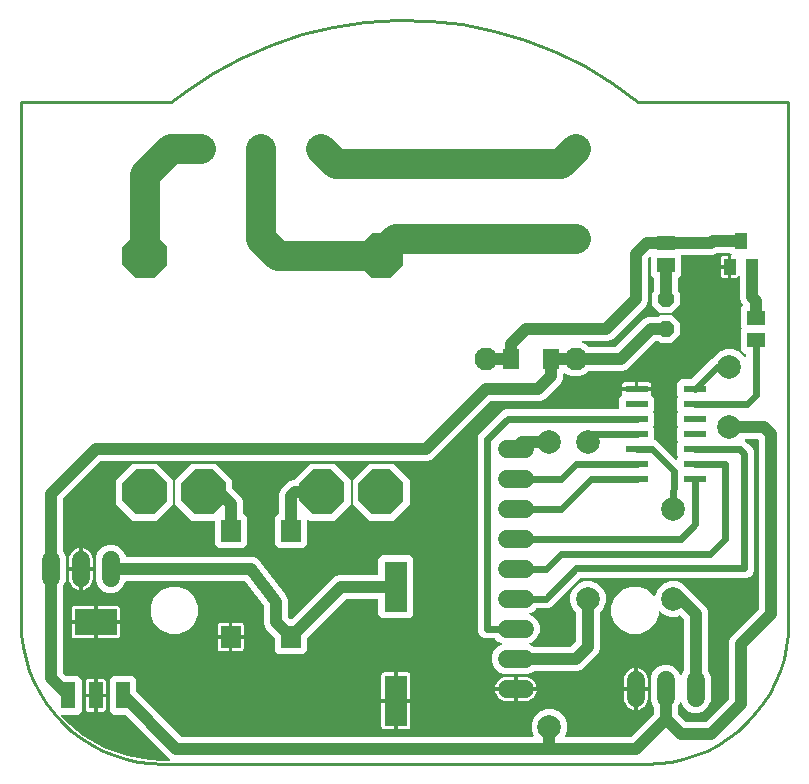
<source format=gbr>
G04 EAGLE Gerber RS-274X export*
G75*
%MOMM*%
%FSLAX34Y34*%
%LPD*%
%INBottom Copper*%
%IPPOS*%
%AMOC8*
5,1,8,0,0,1.08239X$1,22.5*%
G01*
%ADD10R,1.500000X1.300000*%
%ADD11P,1.429621X8X112.500000*%
%ADD12R,1.000000X1.400000*%
%ADD13R,1.400000X1.800000*%
%ADD14R,1.968500X0.599100*%
%ADD15R,1.930400X4.318000*%
%ADD16R,1.700000X1.900000*%
%ADD17C,1.524000*%
%ADD18C,1.950000*%
%ADD19C,2.000000*%
%ADD20R,1.219000X2.235000*%
%ADD21R,3.600000X2.200000*%
%ADD22P,4.123906X8X292.500000*%
%ADD23C,1.016000*%
%ADD24C,0.609600*%
%ADD25C,0.381000*%
%ADD26C,2.540000*%
%ADD27C,0.254000*%

G36*
X126064Y2556D02*
X126064Y2556D01*
X126161Y2566D01*
X126185Y2576D01*
X126211Y2580D01*
X126297Y2626D01*
X126386Y2666D01*
X126405Y2683D01*
X126428Y2696D01*
X126495Y2766D01*
X126567Y2832D01*
X126580Y2855D01*
X126598Y2874D01*
X126639Y2962D01*
X126686Y3048D01*
X126690Y3073D01*
X126701Y3097D01*
X126712Y3194D01*
X126730Y3290D01*
X126726Y3316D01*
X126729Y3341D01*
X126708Y3437D01*
X126694Y3533D01*
X126682Y3556D01*
X126676Y3582D01*
X126626Y3665D01*
X126582Y3752D01*
X126564Y3771D01*
X126550Y3793D01*
X126476Y3856D01*
X126407Y3924D01*
X126378Y3940D01*
X126363Y3953D01*
X126333Y3965D01*
X126260Y4005D01*
X126064Y4086D01*
X88719Y41431D01*
X88645Y41484D01*
X88576Y41544D01*
X88546Y41556D01*
X88519Y41575D01*
X88433Y41602D01*
X88348Y41636D01*
X88307Y41640D01*
X88284Y41647D01*
X88252Y41646D01*
X88181Y41654D01*
X78410Y41654D01*
X75434Y44630D01*
X75434Y71190D01*
X78410Y74166D01*
X94810Y74166D01*
X97786Y71190D01*
X97786Y61419D01*
X97800Y61329D01*
X97808Y61238D01*
X97820Y61208D01*
X97825Y61176D01*
X97868Y61096D01*
X97904Y61012D01*
X97930Y60980D01*
X97941Y60959D01*
X97964Y60937D01*
X98009Y60881D01*
X135806Y23084D01*
X135880Y23031D01*
X135949Y22971D01*
X135979Y22959D01*
X136006Y22940D01*
X136092Y22913D01*
X136177Y22879D01*
X136218Y22875D01*
X136241Y22868D01*
X136273Y22869D01*
X136344Y22861D01*
X433509Y22861D01*
X433554Y22868D01*
X433600Y22866D01*
X433675Y22888D01*
X433752Y22900D01*
X433792Y22922D01*
X433836Y22935D01*
X433900Y22979D01*
X433969Y23016D01*
X434001Y23049D01*
X434038Y23075D01*
X434085Y23138D01*
X434138Y23194D01*
X434158Y23236D01*
X434185Y23272D01*
X434209Y23346D01*
X434242Y23417D01*
X434247Y23463D01*
X434261Y23506D01*
X434260Y23584D01*
X434269Y23661D01*
X434259Y23706D01*
X434259Y23752D01*
X434221Y23884D01*
X434217Y23902D01*
X434214Y23906D01*
X434212Y23913D01*
X432519Y28000D01*
X432519Y34000D01*
X434815Y39543D01*
X439057Y43785D01*
X444600Y46081D01*
X450600Y46081D01*
X456143Y43785D01*
X460385Y39543D01*
X462681Y34000D01*
X462681Y28000D01*
X460988Y23913D01*
X460977Y23869D01*
X460958Y23827D01*
X460949Y23750D01*
X460932Y23674D01*
X460936Y23628D01*
X460931Y23583D01*
X460947Y23506D01*
X460955Y23429D01*
X460973Y23387D01*
X460983Y23342D01*
X461023Y23275D01*
X461055Y23204D01*
X461086Y23170D01*
X461109Y23131D01*
X461168Y23080D01*
X461221Y23023D01*
X461261Y23001D01*
X461296Y22971D01*
X461369Y22942D01*
X461437Y22905D01*
X461482Y22896D01*
X461524Y22879D01*
X461660Y22864D01*
X461679Y22861D01*
X461684Y22862D01*
X461691Y22861D01*
X516176Y22861D01*
X516266Y22875D01*
X516357Y22883D01*
X516387Y22895D01*
X516419Y22900D01*
X516499Y22943D01*
X516583Y22979D01*
X516615Y23005D01*
X516636Y23016D01*
X516658Y23039D01*
X516714Y23084D01*
X535716Y42086D01*
X535769Y42160D01*
X535829Y42229D01*
X535841Y42259D01*
X535860Y42285D01*
X535887Y42372D01*
X535921Y42457D01*
X535925Y42498D01*
X535932Y42521D01*
X535931Y42553D01*
X535939Y42624D01*
X535939Y47764D01*
X535925Y47854D01*
X535917Y47945D01*
X535905Y47975D01*
X535900Y48007D01*
X535857Y48087D01*
X535821Y48171D01*
X535795Y48203D01*
X535784Y48224D01*
X535761Y48246D01*
X535716Y48302D01*
X535333Y48686D01*
X533399Y53354D01*
X533399Y73646D01*
X535333Y78314D01*
X538906Y81887D01*
X543574Y83821D01*
X548626Y83821D01*
X553294Y81887D01*
X556867Y78314D01*
X558097Y75346D01*
X558135Y75285D01*
X558164Y75220D01*
X558199Y75181D01*
X558226Y75137D01*
X558282Y75091D01*
X558330Y75038D01*
X558376Y75013D01*
X558416Y74980D01*
X558483Y74954D01*
X558546Y74920D01*
X558597Y74911D01*
X558645Y74892D01*
X558717Y74889D01*
X558788Y74876D01*
X558839Y74884D01*
X558891Y74882D01*
X558960Y74902D01*
X559031Y74912D01*
X559077Y74936D01*
X559127Y74950D01*
X559186Y74991D01*
X559250Y75023D01*
X559287Y75061D01*
X559329Y75090D01*
X559372Y75148D01*
X559422Y75199D01*
X559457Y75262D01*
X559476Y75288D01*
X559483Y75310D01*
X559503Y75346D01*
X560733Y78314D01*
X561116Y78698D01*
X561169Y78772D01*
X561229Y78841D01*
X561241Y78871D01*
X561260Y78898D01*
X561287Y78985D01*
X561321Y79069D01*
X561325Y79110D01*
X561332Y79133D01*
X561331Y79165D01*
X561339Y79236D01*
X561339Y122476D01*
X561325Y122566D01*
X561317Y122657D01*
X561305Y122687D01*
X561300Y122719D01*
X561257Y122799D01*
X561221Y122883D01*
X561195Y122915D01*
X561184Y122936D01*
X561161Y122958D01*
X561116Y123014D01*
X558696Y125435D01*
X558602Y125502D01*
X558507Y125572D01*
X558501Y125574D01*
X558496Y125578D01*
X558385Y125612D01*
X558273Y125649D01*
X558267Y125649D01*
X558261Y125650D01*
X558144Y125647D01*
X558028Y125646D01*
X558020Y125644D01*
X558015Y125644D01*
X557998Y125638D01*
X557866Y125600D01*
X555500Y124619D01*
X549500Y124619D01*
X543957Y126915D01*
X541340Y129532D01*
X541282Y129574D01*
X541230Y129624D01*
X541183Y129646D01*
X541141Y129676D01*
X541072Y129697D01*
X541007Y129727D01*
X540955Y129733D01*
X540905Y129748D01*
X540834Y129746D01*
X540763Y129754D01*
X540712Y129743D01*
X540660Y129742D01*
X540592Y129717D01*
X540522Y129702D01*
X540477Y129675D01*
X540429Y129657D01*
X540373Y129613D01*
X540311Y129576D01*
X540277Y129536D01*
X540237Y129504D01*
X540198Y129443D01*
X540151Y129389D01*
X540132Y129341D01*
X540104Y129297D01*
X540086Y129227D01*
X540059Y129161D01*
X540051Y129089D01*
X540043Y129058D01*
X540045Y129035D01*
X540041Y128994D01*
X540041Y126014D01*
X536990Y118648D01*
X531352Y113010D01*
X523986Y109959D01*
X516014Y109959D01*
X508648Y113010D01*
X503010Y118648D01*
X499959Y126014D01*
X499959Y133986D01*
X503010Y141352D01*
X508648Y146990D01*
X516014Y150041D01*
X523986Y150041D01*
X531352Y146990D01*
X536120Y142222D01*
X536178Y142180D01*
X536230Y142131D01*
X536277Y142109D01*
X536319Y142079D01*
X536388Y142058D01*
X536453Y142027D01*
X536505Y142022D01*
X536555Y142006D01*
X536626Y142008D01*
X536697Y142000D01*
X536748Y142011D01*
X536800Y142013D01*
X536868Y142037D01*
X536938Y142052D01*
X536983Y142079D01*
X537031Y142097D01*
X537087Y142142D01*
X537149Y142179D01*
X537183Y142218D01*
X537223Y142251D01*
X537262Y142311D01*
X537309Y142366D01*
X537328Y142414D01*
X537356Y142458D01*
X537374Y142527D01*
X537401Y142594D01*
X537409Y142665D01*
X537415Y142688D01*
X539715Y148243D01*
X543957Y152485D01*
X549500Y154781D01*
X555500Y154781D01*
X561043Y152485D01*
X565285Y148243D01*
X565692Y147259D01*
X565727Y147203D01*
X565752Y147143D01*
X565804Y147078D01*
X565822Y147050D01*
X565837Y147038D01*
X565857Y147012D01*
X567521Y145349D01*
X580114Y132756D01*
X581661Y129021D01*
X581661Y79236D01*
X581675Y79146D01*
X581683Y79055D01*
X581695Y79025D01*
X581700Y78993D01*
X581743Y78913D01*
X581779Y78829D01*
X581805Y78797D01*
X581816Y78776D01*
X581839Y78754D01*
X581884Y78698D01*
X582267Y78314D01*
X584201Y73646D01*
X584201Y53354D01*
X582267Y48686D01*
X578694Y45113D01*
X574026Y43179D01*
X568974Y43179D01*
X564306Y45113D01*
X560733Y48686D01*
X559503Y51654D01*
X559466Y51715D01*
X559436Y51780D01*
X559401Y51819D01*
X559374Y51863D01*
X559319Y51909D01*
X559270Y51962D01*
X559224Y51987D01*
X559184Y52020D01*
X559117Y52046D01*
X559054Y52080D01*
X559003Y52089D01*
X558955Y52108D01*
X558883Y52111D01*
X558812Y52124D01*
X558761Y52116D01*
X558709Y52118D01*
X558640Y52098D01*
X558569Y52088D01*
X558523Y52064D01*
X558473Y52050D01*
X558414Y52009D01*
X558350Y51977D01*
X558313Y51939D01*
X558271Y51910D01*
X558228Y51852D01*
X558178Y51801D01*
X558143Y51738D01*
X558124Y51712D01*
X558117Y51690D01*
X558097Y51654D01*
X556867Y48686D01*
X556484Y48302D01*
X556431Y48228D01*
X556371Y48159D01*
X556359Y48129D01*
X556340Y48102D01*
X556313Y48015D01*
X556279Y47931D01*
X556275Y47890D01*
X556268Y47867D01*
X556269Y47835D01*
X556261Y47764D01*
X556261Y42624D01*
X556275Y42534D01*
X556283Y42443D01*
X556295Y42413D01*
X556300Y42381D01*
X556343Y42301D01*
X556379Y42217D01*
X556405Y42185D01*
X556416Y42164D01*
X556439Y42142D01*
X556484Y42086D01*
X562786Y35784D01*
X562860Y35731D01*
X562929Y35671D01*
X562959Y35659D01*
X562986Y35640D01*
X563072Y35613D01*
X563157Y35579D01*
X563198Y35575D01*
X563221Y35568D01*
X563253Y35569D01*
X563324Y35561D01*
X579676Y35561D01*
X579766Y35575D01*
X579857Y35583D01*
X579887Y35595D01*
X579919Y35600D01*
X579999Y35643D01*
X580083Y35679D01*
X580115Y35705D01*
X580136Y35716D01*
X580158Y35739D01*
X580214Y35784D01*
X599216Y54786D01*
X599269Y54860D01*
X599329Y54929D01*
X599341Y54959D01*
X599360Y54986D01*
X599387Y55072D01*
X599421Y55157D01*
X599425Y55198D01*
X599432Y55221D01*
X599431Y55253D01*
X599439Y55324D01*
X599439Y103621D01*
X600986Y107356D01*
X624616Y130986D01*
X624669Y131060D01*
X624729Y131129D01*
X624741Y131159D01*
X624760Y131186D01*
X624787Y131272D01*
X624821Y131357D01*
X624825Y131398D01*
X624832Y131421D01*
X624831Y131453D01*
X624839Y131524D01*
X624839Y274078D01*
X624836Y274098D01*
X624838Y274117D01*
X624816Y274219D01*
X624800Y274321D01*
X624790Y274338D01*
X624786Y274358D01*
X624733Y274447D01*
X624684Y274538D01*
X624670Y274552D01*
X624660Y274569D01*
X624581Y274636D01*
X624506Y274708D01*
X624488Y274716D01*
X624473Y274729D01*
X624377Y274768D01*
X624283Y274811D01*
X624263Y274813D01*
X624245Y274821D01*
X624078Y274839D01*
X613894Y274839D01*
X613824Y274828D01*
X613752Y274826D01*
X613703Y274808D01*
X613652Y274800D01*
X613588Y274766D01*
X613521Y274741D01*
X613480Y274709D01*
X613434Y274684D01*
X613385Y274632D01*
X613329Y274588D01*
X613301Y274544D01*
X613265Y274506D01*
X613235Y274441D01*
X613196Y274381D01*
X613183Y274330D01*
X613161Y274283D01*
X613153Y274212D01*
X613136Y274142D01*
X613140Y274090D01*
X613134Y274039D01*
X613149Y273968D01*
X613155Y273897D01*
X613175Y273849D01*
X613186Y273798D01*
X613223Y273737D01*
X613251Y273671D01*
X613296Y273615D01*
X613313Y273587D01*
X613330Y273572D01*
X613356Y273540D01*
X615698Y271197D01*
X619591Y267305D01*
X620829Y264317D01*
X620829Y163783D01*
X619591Y160795D01*
X617305Y158509D01*
X614317Y157271D01*
X473882Y157271D01*
X473792Y157257D01*
X473701Y157249D01*
X473672Y157237D01*
X473640Y157232D01*
X473559Y157189D01*
X473475Y157153D01*
X473443Y157127D01*
X473422Y157116D01*
X473400Y157093D01*
X473344Y157048D01*
X449105Y132809D01*
X446117Y131571D01*
X436868Y131571D01*
X436778Y131557D01*
X436687Y131549D01*
X436657Y131537D01*
X436625Y131532D01*
X436545Y131489D01*
X436461Y131453D01*
X436429Y131427D01*
X436408Y131416D01*
X436386Y131393D01*
X436330Y131348D01*
X433914Y128933D01*
X430946Y127703D01*
X430885Y127665D01*
X430820Y127636D01*
X430781Y127601D01*
X430737Y127574D01*
X430691Y127518D01*
X430638Y127470D01*
X430613Y127424D01*
X430580Y127384D01*
X430554Y127317D01*
X430520Y127254D01*
X430511Y127203D01*
X430492Y127155D01*
X430489Y127083D01*
X430476Y127012D01*
X430484Y126961D01*
X430482Y126909D01*
X430501Y126840D01*
X430512Y126769D01*
X430536Y126723D01*
X430550Y126673D01*
X430591Y126614D01*
X430623Y126550D01*
X430661Y126513D01*
X430690Y126471D01*
X430748Y126428D01*
X430799Y126378D01*
X430862Y126343D01*
X430888Y126324D01*
X430910Y126317D01*
X430946Y126297D01*
X433914Y125067D01*
X437487Y121494D01*
X439421Y116826D01*
X439421Y111774D01*
X437487Y107106D01*
X433914Y103533D01*
X430946Y102303D01*
X430885Y102265D01*
X430820Y102236D01*
X430781Y102201D01*
X430737Y102174D01*
X430691Y102118D01*
X430638Y102070D01*
X430613Y102024D01*
X430580Y101984D01*
X430554Y101917D01*
X430520Y101854D01*
X430511Y101803D01*
X430492Y101755D01*
X430489Y101683D01*
X430476Y101612D01*
X430484Y101561D01*
X430482Y101509D01*
X430501Y101440D01*
X430512Y101369D01*
X430536Y101323D01*
X430550Y101273D01*
X430591Y101214D01*
X430623Y101150D01*
X430661Y101113D01*
X430690Y101071D01*
X430748Y101028D01*
X430799Y100978D01*
X430862Y100943D01*
X430888Y100924D01*
X430910Y100917D01*
X430946Y100897D01*
X433914Y99667D01*
X434298Y99284D01*
X434372Y99231D01*
X434441Y99171D01*
X434471Y99159D01*
X434498Y99140D01*
X434585Y99113D01*
X434669Y99079D01*
X434710Y99075D01*
X434733Y99068D01*
X434765Y99069D01*
X434836Y99061D01*
X465376Y99061D01*
X465466Y99075D01*
X465557Y99083D01*
X465587Y99095D01*
X465619Y99100D01*
X465699Y99143D01*
X465783Y99179D01*
X465815Y99205D01*
X465836Y99216D01*
X465858Y99239D01*
X465914Y99284D01*
X469616Y102986D01*
X469669Y103060D01*
X469729Y103129D01*
X469741Y103159D01*
X469760Y103185D01*
X469787Y103272D01*
X469821Y103357D01*
X469825Y103398D01*
X469832Y103421D01*
X469831Y103453D01*
X469839Y103524D01*
X469839Y128218D01*
X469825Y128308D01*
X469817Y128399D01*
X469805Y128429D01*
X469800Y128461D01*
X469757Y128541D01*
X469721Y128625D01*
X469695Y128657D01*
X469684Y128678D01*
X469661Y128700D01*
X469616Y128756D01*
X467215Y131157D01*
X464919Y136700D01*
X464919Y142700D01*
X467215Y148243D01*
X471457Y152485D01*
X477000Y154781D01*
X483000Y154781D01*
X488543Y152485D01*
X492785Y148243D01*
X495081Y142700D01*
X495081Y136700D01*
X492785Y131157D01*
X490384Y128756D01*
X490331Y128682D01*
X490271Y128613D01*
X490259Y128583D01*
X490240Y128557D01*
X490213Y128470D01*
X490179Y128385D01*
X490175Y128344D01*
X490168Y128321D01*
X490169Y128289D01*
X490161Y128218D01*
X490161Y96979D01*
X488614Y93244D01*
X485649Y90279D01*
X478621Y83251D01*
X475656Y80286D01*
X471921Y78739D01*
X434836Y78739D01*
X434746Y78725D01*
X434655Y78717D01*
X434625Y78705D01*
X434593Y78700D01*
X434513Y78657D01*
X434429Y78621D01*
X434397Y78595D01*
X434376Y78584D01*
X434354Y78561D01*
X434298Y78516D01*
X433914Y78133D01*
X429246Y76199D01*
X408954Y76199D01*
X404286Y78133D01*
X400713Y81706D01*
X398779Y86374D01*
X398779Y91426D01*
X400713Y96094D01*
X404286Y99667D01*
X407254Y100897D01*
X407315Y100935D01*
X407380Y100964D01*
X407419Y100999D01*
X407463Y101026D01*
X407509Y101082D01*
X407562Y101130D01*
X407587Y101176D01*
X407620Y101216D01*
X407646Y101283D01*
X407680Y101346D01*
X407689Y101397D01*
X407708Y101445D01*
X407711Y101517D01*
X407724Y101588D01*
X407716Y101639D01*
X407718Y101691D01*
X407699Y101760D01*
X407688Y101831D01*
X407664Y101877D01*
X407650Y101927D01*
X407609Y101986D01*
X407577Y102050D01*
X407539Y102087D01*
X407510Y102129D01*
X407452Y102172D01*
X407401Y102222D01*
X407338Y102257D01*
X407312Y102276D01*
X407290Y102283D01*
X407254Y102303D01*
X404286Y103533D01*
X401870Y105948D01*
X401796Y106001D01*
X401727Y106061D01*
X401697Y106073D01*
X401670Y106092D01*
X401583Y106119D01*
X401499Y106153D01*
X401458Y106157D01*
X401435Y106164D01*
X401403Y106163D01*
X401332Y106171D01*
X393383Y106171D01*
X390395Y107409D01*
X388109Y109695D01*
X386871Y112683D01*
X386871Y276617D01*
X388109Y279605D01*
X407495Y298991D01*
X410483Y300229D01*
X505682Y300229D01*
X505701Y300232D01*
X505721Y300230D01*
X505822Y300252D01*
X505924Y300268D01*
X505942Y300278D01*
X505961Y300282D01*
X506050Y300335D01*
X506142Y300384D01*
X506155Y300398D01*
X506172Y300408D01*
X506240Y300487D01*
X506311Y300562D01*
X506319Y300580D01*
X506332Y300595D01*
X506371Y300691D01*
X506415Y300785D01*
X506417Y300805D01*
X506424Y300823D01*
X506443Y300990D01*
X506443Y309900D01*
X509076Y312533D01*
X509102Y312569D01*
X509134Y312599D01*
X509173Y312668D01*
X509220Y312733D01*
X509233Y312775D01*
X509254Y312813D01*
X509269Y312892D01*
X509292Y312968D01*
X509291Y313012D01*
X509299Y313055D01*
X509288Y313134D01*
X509286Y313214D01*
X509271Y313255D01*
X509265Y313299D01*
X509206Y313432D01*
X509201Y313445D01*
X509199Y313448D01*
X509197Y313452D01*
X509156Y313524D01*
X508983Y314170D01*
X508983Y316003D01*
X520630Y316003D01*
X520650Y316006D01*
X520670Y316004D01*
X520771Y316026D01*
X520873Y316043D01*
X520890Y316052D01*
X520910Y316056D01*
X520999Y316109D01*
X521090Y316158D01*
X521104Y316172D01*
X521121Y316182D01*
X521188Y316261D01*
X521260Y316336D01*
X521268Y316354D01*
X521281Y316369D01*
X521320Y316466D01*
X521363Y316559D01*
X521365Y316579D01*
X521369Y316589D01*
X521380Y316521D01*
X521390Y316504D01*
X521394Y316484D01*
X521447Y316395D01*
X521496Y316304D01*
X521510Y316290D01*
X521520Y316273D01*
X521599Y316206D01*
X521674Y316135D01*
X521692Y316126D01*
X521707Y316113D01*
X521803Y316075D01*
X521897Y316031D01*
X521917Y316029D01*
X521935Y316021D01*
X522102Y316003D01*
X533749Y316003D01*
X533749Y314170D01*
X533576Y313524D01*
X533535Y313452D01*
X533519Y313411D01*
X533496Y313374D01*
X533476Y313297D01*
X533448Y313222D01*
X533446Y313178D01*
X533436Y313136D01*
X533442Y313056D01*
X533439Y312977D01*
X533451Y312934D01*
X533455Y312891D01*
X533486Y312817D01*
X533509Y312741D01*
X533534Y312705D01*
X533551Y312664D01*
X533642Y312551D01*
X533650Y312539D01*
X533653Y312537D01*
X533656Y312533D01*
X536289Y309900D01*
X536289Y299700D01*
X535578Y298988D01*
X535566Y298972D01*
X535550Y298960D01*
X535494Y298872D01*
X535434Y298789D01*
X535428Y298770D01*
X535417Y298753D01*
X535392Y298652D01*
X535362Y298553D01*
X535362Y298534D01*
X535357Y298514D01*
X535365Y298411D01*
X535368Y298308D01*
X535375Y298289D01*
X535376Y298269D01*
X535417Y298174D01*
X535452Y298077D01*
X535465Y298061D01*
X535473Y298043D01*
X535578Y297912D01*
X536289Y297200D01*
X536289Y287000D01*
X535578Y286288D01*
X535566Y286272D01*
X535550Y286260D01*
X535494Y286172D01*
X535434Y286089D01*
X535428Y286070D01*
X535417Y286053D01*
X535392Y285952D01*
X535362Y285853D01*
X535362Y285834D01*
X535357Y285814D01*
X535365Y285711D01*
X535368Y285608D01*
X535375Y285589D01*
X535376Y285569D01*
X535417Y285474D01*
X535452Y285377D01*
X535465Y285361D01*
X535473Y285343D01*
X535556Y285238D01*
X535558Y285235D01*
X535561Y285233D01*
X535578Y285212D01*
X536289Y284500D01*
X536289Y275086D01*
X536308Y274971D01*
X536325Y274855D01*
X536328Y274850D01*
X536329Y274843D01*
X536383Y274741D01*
X536437Y274636D01*
X536441Y274632D01*
X536444Y274626D01*
X536528Y274546D01*
X536612Y274464D01*
X536619Y274460D01*
X536622Y274457D01*
X536639Y274449D01*
X536759Y274383D01*
X538671Y273591D01*
X541064Y271197D01*
X554611Y257651D01*
X554669Y257609D01*
X554721Y257559D01*
X554769Y257537D01*
X554811Y257507D01*
X554879Y257486D01*
X554945Y257456D01*
X554996Y257450D01*
X555046Y257435D01*
X555118Y257436D01*
X555189Y257429D01*
X555240Y257440D01*
X555292Y257441D01*
X555359Y257466D01*
X555429Y257481D01*
X555474Y257508D01*
X555523Y257525D01*
X555579Y257570D01*
X555640Y257607D01*
X555674Y257647D01*
X555715Y257679D01*
X555754Y257739D01*
X555800Y257794D01*
X555820Y257842D01*
X555848Y257886D01*
X555865Y257956D01*
X555892Y258022D01*
X555900Y258093D01*
X555908Y258125D01*
X555906Y258148D01*
X555911Y258189D01*
X555911Y259100D01*
X556622Y259812D01*
X556634Y259828D01*
X556650Y259840D01*
X556706Y259928D01*
X556766Y260011D01*
X556772Y260030D01*
X556783Y260047D01*
X556808Y260148D01*
X556838Y260247D01*
X556838Y260266D01*
X556843Y260286D01*
X556835Y260389D01*
X556832Y260492D01*
X556825Y260511D01*
X556824Y260531D01*
X556783Y260626D01*
X556748Y260723D01*
X556735Y260739D01*
X556727Y260757D01*
X556622Y260888D01*
X555911Y261600D01*
X555911Y271800D01*
X556622Y272512D01*
X556634Y272528D01*
X556650Y272540D01*
X556706Y272628D01*
X556766Y272711D01*
X556772Y272730D01*
X556783Y272747D01*
X556808Y272848D01*
X556838Y272947D01*
X556838Y272966D01*
X556843Y272986D01*
X556835Y273089D01*
X556832Y273192D01*
X556825Y273211D01*
X556824Y273231D01*
X556783Y273326D01*
X556748Y273423D01*
X556735Y273439D01*
X556727Y273457D01*
X556622Y273588D01*
X555911Y274300D01*
X555911Y284500D01*
X556622Y285212D01*
X556634Y285228D01*
X556650Y285240D01*
X556680Y285288D01*
X556689Y285298D01*
X556697Y285314D01*
X556706Y285328D01*
X556766Y285411D01*
X556772Y285430D01*
X556783Y285447D01*
X556808Y285548D01*
X556838Y285647D01*
X556838Y285666D01*
X556843Y285686D01*
X556835Y285789D01*
X556832Y285892D01*
X556825Y285911D01*
X556824Y285931D01*
X556783Y286026D01*
X556748Y286123D01*
X556735Y286139D01*
X556727Y286157D01*
X556622Y286288D01*
X555911Y287000D01*
X555911Y297200D01*
X556622Y297912D01*
X556634Y297928D01*
X556650Y297940D01*
X556706Y298028D01*
X556766Y298111D01*
X556772Y298130D01*
X556783Y298147D01*
X556808Y298248D01*
X556838Y298347D01*
X556838Y298366D01*
X556843Y298386D01*
X556835Y298489D01*
X556832Y298592D01*
X556825Y298611D01*
X556824Y298631D01*
X556783Y298726D01*
X556748Y298823D01*
X556735Y298839D01*
X556727Y298857D01*
X556622Y298988D01*
X555911Y299700D01*
X555911Y309900D01*
X556622Y310612D01*
X556634Y310628D01*
X556650Y310640D01*
X556706Y310728D01*
X556766Y310811D01*
X556772Y310830D01*
X556783Y310847D01*
X556808Y310948D01*
X556838Y311047D01*
X556838Y311066D01*
X556843Y311086D01*
X556835Y311189D01*
X556832Y311292D01*
X556825Y311311D01*
X556824Y311331D01*
X556783Y311426D01*
X556748Y311523D01*
X556735Y311539D01*
X556727Y311557D01*
X556622Y311688D01*
X555911Y312400D01*
X555911Y322600D01*
X558887Y325576D01*
X567099Y325576D01*
X567189Y325591D01*
X567280Y325598D01*
X567310Y325611D01*
X567342Y325616D01*
X567423Y325659D01*
X567506Y325694D01*
X567539Y325720D01*
X567559Y325731D01*
X567581Y325754D01*
X567637Y325799D01*
X582136Y340297D01*
X584529Y342691D01*
X586654Y343571D01*
X586732Y343619D01*
X586813Y343661D01*
X586836Y343684D01*
X586863Y343701D01*
X586922Y343771D01*
X586986Y343836D01*
X587005Y343873D01*
X587020Y343891D01*
X587032Y343920D01*
X587066Y343983D01*
X587215Y344343D01*
X591457Y348585D01*
X597000Y350881D01*
X603000Y350881D01*
X608543Y348585D01*
X612872Y344256D01*
X612930Y344214D01*
X612982Y344164D01*
X613029Y344142D01*
X613071Y344112D01*
X613140Y344091D01*
X613205Y344061D01*
X613257Y344055D01*
X613307Y344040D01*
X613378Y344042D01*
X613449Y344034D01*
X613500Y344045D01*
X613552Y344046D01*
X613620Y344071D01*
X613690Y344086D01*
X613735Y344113D01*
X613783Y344131D01*
X613839Y344175D01*
X613901Y344212D01*
X613935Y344252D01*
X613975Y344284D01*
X614014Y344345D01*
X614061Y344399D01*
X614080Y344447D01*
X614108Y344491D01*
X614126Y344561D01*
X614153Y344627D01*
X614161Y344699D01*
X614169Y344730D01*
X614167Y344753D01*
X614171Y344794D01*
X614171Y346458D01*
X614168Y346478D01*
X614170Y346497D01*
X614148Y346599D01*
X614132Y346701D01*
X614122Y346718D01*
X614118Y346738D01*
X614065Y346827D01*
X614016Y346918D01*
X614002Y346932D01*
X613992Y346949D01*
X613913Y347016D01*
X613838Y347088D01*
X613820Y347096D01*
X613805Y347109D01*
X613709Y347148D01*
X613615Y347191D01*
X613595Y347193D01*
X613577Y347201D01*
X613410Y347219D01*
X612695Y347219D01*
X609719Y350195D01*
X609719Y367404D01*
X610076Y367762D01*
X610088Y367778D01*
X610104Y367790D01*
X610160Y367877D01*
X610220Y367961D01*
X610226Y367980D01*
X610237Y367997D01*
X610262Y368098D01*
X610292Y368197D01*
X610292Y368216D01*
X610297Y368236D01*
X610289Y368339D01*
X610286Y368442D01*
X610279Y368461D01*
X610278Y368481D01*
X610237Y368576D01*
X610202Y368673D01*
X610189Y368689D01*
X610181Y368707D01*
X610076Y368838D01*
X609719Y369195D01*
X609719Y386405D01*
X611184Y387870D01*
X611196Y387886D01*
X611212Y387898D01*
X611268Y387985D01*
X611328Y388069D01*
X611334Y388088D01*
X611345Y388105D01*
X611370Y388206D01*
X611400Y388304D01*
X611400Y388324D01*
X611405Y388344D01*
X611397Y388447D01*
X611394Y388550D01*
X611387Y388569D01*
X611386Y388589D01*
X611345Y388684D01*
X611309Y388781D01*
X611297Y388797D01*
X611289Y388815D01*
X611184Y388946D01*
X610486Y389644D01*
X608939Y393379D01*
X608939Y412530D01*
X608935Y412555D01*
X608938Y412580D01*
X608932Y412606D01*
X608932Y412621D01*
X608915Y412680D01*
X608900Y412772D01*
X608888Y412795D01*
X608882Y412820D01*
X608866Y412846D01*
X608862Y412857D01*
X608834Y412897D01*
X608830Y412903D01*
X608784Y412990D01*
X608766Y413007D01*
X608752Y413029D01*
X608726Y413051D01*
X608721Y413058D01*
X608692Y413079D01*
X608677Y413092D01*
X608606Y413159D01*
X608583Y413170D01*
X608563Y413186D01*
X608528Y413200D01*
X608523Y413204D01*
X608494Y413213D01*
X608472Y413221D01*
X608383Y413263D01*
X608358Y413265D01*
X608334Y413275D01*
X608295Y413276D01*
X608289Y413279D01*
X608257Y413278D01*
X608236Y413279D01*
X608139Y413290D01*
X608114Y413284D01*
X608088Y413285D01*
X608052Y413275D01*
X608043Y413275D01*
X608005Y413262D01*
X607994Y413258D01*
X607898Y413237D01*
X607876Y413224D01*
X607852Y413217D01*
X607822Y413197D01*
X607811Y413193D01*
X607769Y413160D01*
X607687Y413111D01*
X607670Y413092D01*
X607649Y413077D01*
X607630Y413052D01*
X607617Y413041D01*
X607555Y412957D01*
X607527Y412924D01*
X607522Y412912D01*
X607518Y412906D01*
X607504Y412882D01*
X607502Y412880D01*
X607501Y412878D01*
X607133Y412240D01*
X606660Y411767D01*
X606081Y411432D01*
X605434Y411259D01*
X601623Y411259D01*
X601623Y420038D01*
X601620Y420058D01*
X601622Y420077D01*
X601600Y420179D01*
X601583Y420281D01*
X601574Y420298D01*
X601570Y420318D01*
X601517Y420407D01*
X601468Y420498D01*
X601454Y420512D01*
X601444Y420529D01*
X601365Y420596D01*
X601290Y420667D01*
X601272Y420676D01*
X601257Y420689D01*
X601161Y420728D01*
X601067Y420771D01*
X601047Y420773D01*
X601029Y420781D01*
X600862Y420799D01*
X600099Y420799D01*
X600099Y420801D01*
X600862Y420801D01*
X600882Y420804D01*
X600901Y420802D01*
X601003Y420824D01*
X601105Y420841D01*
X601122Y420850D01*
X601142Y420854D01*
X601231Y420907D01*
X601322Y420956D01*
X601336Y420970D01*
X601353Y420980D01*
X601420Y421059D01*
X601491Y421134D01*
X601500Y421152D01*
X601513Y421167D01*
X601552Y421263D01*
X601595Y421357D01*
X601597Y421377D01*
X601605Y421395D01*
X601623Y421562D01*
X601623Y430626D01*
X601630Y430636D01*
X601666Y430674D01*
X601696Y430739D01*
X601735Y430799D01*
X601747Y430850D01*
X601769Y430897D01*
X601777Y430968D01*
X601795Y431038D01*
X601791Y431090D01*
X601796Y431141D01*
X601781Y431212D01*
X601776Y431283D01*
X601755Y431331D01*
X601744Y431382D01*
X601707Y431443D01*
X601679Y431509D01*
X601635Y431565D01*
X601618Y431593D01*
X601600Y431608D01*
X601599Y431610D01*
X601595Y431615D01*
X601592Y431618D01*
X601575Y431640D01*
X600798Y432416D01*
X600724Y432469D01*
X600655Y432529D01*
X600625Y432541D01*
X600599Y432560D01*
X600512Y432587D01*
X600427Y432621D01*
X600386Y432625D01*
X600364Y432632D01*
X600331Y432631D01*
X600260Y432639D01*
X589994Y432639D01*
X589929Y432629D01*
X589864Y432628D01*
X589784Y432605D01*
X589751Y432600D01*
X589734Y432590D01*
X589703Y432581D01*
X586221Y431139D01*
X559442Y431139D01*
X559422Y431136D01*
X559403Y431138D01*
X559301Y431116D01*
X559199Y431100D01*
X559182Y431090D01*
X559162Y431086D01*
X559073Y431033D01*
X558982Y430984D01*
X558968Y430970D01*
X558951Y430960D01*
X558884Y430881D01*
X558812Y430806D01*
X558804Y430788D01*
X558791Y430773D01*
X558752Y430677D01*
X558709Y430583D01*
X558707Y430563D01*
X558699Y430545D01*
X558681Y430378D01*
X558681Y413695D01*
X556484Y411498D01*
X556431Y411425D01*
X556371Y411355D01*
X556359Y411325D01*
X556340Y411299D01*
X556313Y411212D01*
X556279Y411127D01*
X556275Y411086D01*
X556268Y411064D01*
X556269Y411031D01*
X556261Y410960D01*
X556261Y400379D01*
X556275Y400289D01*
X556283Y400198D01*
X556295Y400169D01*
X556300Y400137D01*
X556343Y400056D01*
X556379Y399972D01*
X556405Y399940D01*
X556416Y399919D01*
X556439Y399897D01*
X556484Y399841D01*
X557785Y398540D01*
X557785Y388860D01*
X550940Y382015D01*
X541260Y382015D01*
X534415Y388860D01*
X534415Y398540D01*
X535716Y399841D01*
X535769Y399915D01*
X535829Y399984D01*
X535841Y400015D01*
X535860Y400041D01*
X535887Y400128D01*
X535921Y400213D01*
X535925Y400254D01*
X535932Y400276D01*
X535931Y400308D01*
X535939Y400379D01*
X535939Y410960D01*
X535925Y411050D01*
X535917Y411141D01*
X535905Y411171D01*
X535900Y411203D01*
X535857Y411284D01*
X535821Y411367D01*
X535795Y411400D01*
X535784Y411420D01*
X535761Y411442D01*
X535716Y411498D01*
X533519Y413695D01*
X533519Y428412D01*
X533508Y428483D01*
X533506Y428554D01*
X533488Y428603D01*
X533480Y428655D01*
X533446Y428718D01*
X533421Y428785D01*
X533389Y428826D01*
X533364Y428872D01*
X533312Y428921D01*
X533268Y428977D01*
X533224Y429006D01*
X533186Y429042D01*
X533121Y429072D01*
X533061Y429110D01*
X533010Y429123D01*
X532963Y429145D01*
X532892Y429153D01*
X532822Y429171D01*
X532770Y429166D01*
X532719Y429172D01*
X532648Y429157D01*
X532577Y429151D01*
X532529Y429131D01*
X532478Y429120D01*
X532417Y429083D01*
X532351Y429055D01*
X532295Y429010D01*
X532267Y428994D01*
X532252Y428976D01*
X532220Y428950D01*
X531084Y427814D01*
X531035Y427747D01*
X531035Y427746D01*
X531034Y427746D01*
X531031Y427740D01*
X530971Y427671D01*
X530959Y427641D01*
X530940Y427614D01*
X530913Y427527D01*
X530879Y427443D01*
X530875Y427402D01*
X530868Y427379D01*
X530869Y427347D01*
X530861Y427276D01*
X530861Y391679D01*
X529314Y387944D01*
X501056Y359686D01*
X497321Y358139D01*
X475691Y358139D01*
X475595Y358124D01*
X475498Y358114D01*
X475474Y358104D01*
X475448Y358100D01*
X475362Y358054D01*
X475273Y358014D01*
X475254Y357997D01*
X475231Y357984D01*
X475164Y357914D01*
X475092Y357848D01*
X475079Y357825D01*
X475061Y357806D01*
X475020Y357718D01*
X474973Y357632D01*
X474969Y357607D01*
X474958Y357583D01*
X474947Y357486D01*
X474930Y357390D01*
X474933Y357364D01*
X474931Y357339D01*
X474951Y357243D01*
X474965Y357147D01*
X474977Y357124D01*
X474983Y357098D01*
X475033Y357015D01*
X475077Y356928D01*
X475096Y356909D01*
X475109Y356887D01*
X475183Y356824D01*
X475252Y356756D01*
X475281Y356740D01*
X475296Y356727D01*
X475327Y356715D01*
X475399Y356675D01*
X478301Y355473D01*
X480490Y353284D01*
X480564Y353231D01*
X480634Y353171D01*
X480664Y353159D01*
X480690Y353140D01*
X480777Y353113D01*
X480862Y353079D01*
X480903Y353075D01*
X480925Y353068D01*
X480957Y353069D01*
X481028Y353061D01*
X503476Y353061D01*
X503566Y353075D01*
X503657Y353083D01*
X503687Y353095D01*
X503719Y353100D01*
X503799Y353143D01*
X503883Y353179D01*
X503915Y353205D01*
X503936Y353216D01*
X503958Y353239D01*
X504014Y353284D01*
X524679Y373949D01*
X527644Y376914D01*
X531379Y378461D01*
X539421Y378461D01*
X539511Y378475D01*
X539602Y378483D01*
X539631Y378495D01*
X539663Y378500D01*
X539744Y378543D01*
X539828Y378579D01*
X539860Y378605D01*
X539881Y378616D01*
X539903Y378639D01*
X539959Y378684D01*
X541260Y379985D01*
X550940Y379985D01*
X557785Y373140D01*
X557785Y363460D01*
X550940Y356615D01*
X541260Y356615D01*
X539959Y357916D01*
X539885Y357969D01*
X539816Y358029D01*
X539785Y358041D01*
X539759Y358060D01*
X539672Y358087D01*
X539587Y358121D01*
X539546Y358125D01*
X539524Y358132D01*
X539492Y358131D01*
X539421Y358139D01*
X537924Y358139D01*
X537834Y358125D01*
X537743Y358117D01*
X537713Y358105D01*
X537681Y358100D01*
X537601Y358057D01*
X537517Y358021D01*
X537485Y357995D01*
X537464Y357984D01*
X537442Y357961D01*
X537386Y357916D01*
X516721Y337251D01*
X513756Y334286D01*
X510021Y332739D01*
X481028Y332739D01*
X480938Y332725D01*
X480847Y332717D01*
X480818Y332705D01*
X480786Y332700D01*
X480705Y332657D01*
X480621Y332621D01*
X480589Y332595D01*
X480568Y332584D01*
X480546Y332561D01*
X480490Y332516D01*
X478301Y330327D01*
X472850Y328069D01*
X466950Y328069D01*
X461499Y330327D01*
X460994Y330832D01*
X460978Y330844D01*
X460965Y330859D01*
X460878Y330915D01*
X460794Y330976D01*
X460775Y330982D01*
X460758Y330992D01*
X460658Y331018D01*
X460559Y331048D01*
X460539Y331048D01*
X460520Y331052D01*
X460417Y331044D01*
X460313Y331042D01*
X460295Y331035D01*
X460275Y331033D01*
X460180Y330993D01*
X460082Y330957D01*
X460067Y330945D01*
X460048Y330937D01*
X459917Y330832D01*
X459184Y330098D01*
X459131Y330024D01*
X459071Y329955D01*
X459059Y329925D01*
X459040Y329899D01*
X459013Y329812D01*
X458979Y329727D01*
X458975Y329686D01*
X458968Y329664D01*
X458969Y329631D01*
X458961Y329560D01*
X458961Y326169D01*
X457414Y322434D01*
X443906Y308926D01*
X440171Y307379D01*
X398264Y307379D01*
X398174Y307365D01*
X398083Y307357D01*
X398053Y307345D01*
X398021Y307340D01*
X397941Y307297D01*
X397857Y307261D01*
X397825Y307235D01*
X397804Y307224D01*
X397782Y307201D01*
X397726Y307156D01*
X351621Y261051D01*
X348656Y258086D01*
X344921Y256539D01*
X68024Y256539D01*
X67934Y256525D01*
X67843Y256517D01*
X67813Y256505D01*
X67781Y256500D01*
X67701Y256457D01*
X67617Y256421D01*
X67585Y256395D01*
X67564Y256384D01*
X67542Y256361D01*
X67486Y256316D01*
X35784Y224614D01*
X35731Y224540D01*
X35671Y224471D01*
X35659Y224441D01*
X35640Y224414D01*
X35613Y224328D01*
X35598Y224288D01*
X35589Y224269D01*
X35588Y224266D01*
X35579Y224243D01*
X35575Y224202D01*
X35568Y224179D01*
X35569Y224147D01*
X35561Y224076D01*
X35561Y180836D01*
X35575Y180746D01*
X35583Y180655D01*
X35595Y180625D01*
X35600Y180593D01*
X35643Y180513D01*
X35679Y180429D01*
X35705Y180397D01*
X35716Y180376D01*
X35739Y180354D01*
X35784Y180298D01*
X36167Y179914D01*
X38101Y175246D01*
X38101Y154954D01*
X36167Y150286D01*
X35784Y149902D01*
X35731Y149828D01*
X35671Y149759D01*
X35659Y149729D01*
X35640Y149702D01*
X35613Y149615D01*
X35579Y149531D01*
X35575Y149490D01*
X35568Y149467D01*
X35569Y149435D01*
X35561Y149364D01*
X35561Y77424D01*
X35575Y77334D01*
X35583Y77243D01*
X35595Y77213D01*
X35600Y77181D01*
X35643Y77101D01*
X35679Y77017D01*
X35705Y76985D01*
X35716Y76964D01*
X35739Y76942D01*
X35784Y76886D01*
X38281Y74389D01*
X38355Y74336D01*
X38424Y74276D01*
X38454Y74264D01*
X38481Y74245D01*
X38567Y74218D01*
X38652Y74184D01*
X38693Y74180D01*
X38716Y74173D01*
X38748Y74174D01*
X38819Y74166D01*
X48590Y74166D01*
X51566Y71190D01*
X51566Y44630D01*
X48590Y41654D01*
X34620Y41654D01*
X34582Y41648D01*
X34543Y41650D01*
X34461Y41628D01*
X34377Y41615D01*
X34343Y41596D01*
X34306Y41586D01*
X34235Y41539D01*
X34160Y41499D01*
X34133Y41471D01*
X34101Y41450D01*
X34049Y41383D01*
X33990Y41321D01*
X33974Y41286D01*
X33950Y41255D01*
X33923Y41175D01*
X33887Y41098D01*
X33882Y41060D01*
X33870Y41023D01*
X33869Y40938D01*
X33860Y40854D01*
X33868Y40816D01*
X33867Y40777D01*
X33894Y40696D01*
X33912Y40613D01*
X33932Y40580D01*
X33944Y40543D01*
X34037Y40404D01*
X36899Y36993D01*
X36923Y36972D01*
X36993Y36899D01*
X52575Y23823D01*
X52602Y23807D01*
X52684Y23747D01*
X70301Y13576D01*
X70330Y13565D01*
X70421Y13520D01*
X89536Y6563D01*
X89567Y6557D01*
X89664Y6529D01*
X109697Y2996D01*
X109729Y2996D01*
X109796Y2986D01*
X119967Y2541D01*
X119980Y2543D01*
X120000Y2541D01*
X125968Y2541D01*
X126064Y2556D01*
G37*
%LPC*%
G36*
X218095Y92819D02*
X218095Y92819D01*
X215119Y95795D01*
X215119Y106296D01*
X215105Y106386D01*
X215097Y106477D01*
X215085Y106507D01*
X215080Y106539D01*
X215037Y106619D01*
X215001Y106703D01*
X214975Y106735D01*
X214964Y106756D01*
X214941Y106778D01*
X214896Y106834D01*
X210351Y111379D01*
X207386Y114344D01*
X205839Y118079D01*
X205839Y133258D01*
X205833Y133297D01*
X205835Y133336D01*
X205813Y133418D01*
X205800Y133501D01*
X205781Y133536D01*
X205771Y133573D01*
X205686Y133717D01*
X189889Y154637D01*
X189874Y154651D01*
X189863Y154669D01*
X189785Y154736D01*
X189711Y154807D01*
X189692Y154815D01*
X189677Y154829D01*
X189581Y154867D01*
X189488Y154911D01*
X189468Y154913D01*
X189448Y154921D01*
X189282Y154939D01*
X89403Y154939D01*
X89289Y154920D01*
X89172Y154903D01*
X89167Y154901D01*
X89161Y154900D01*
X89058Y154845D01*
X88953Y154792D01*
X88949Y154787D01*
X88943Y154784D01*
X88863Y154700D01*
X88781Y154616D01*
X88777Y154610D01*
X88774Y154606D01*
X88766Y154589D01*
X88700Y154469D01*
X86967Y150286D01*
X83394Y146713D01*
X78726Y144779D01*
X73674Y144779D01*
X69006Y146713D01*
X65433Y150286D01*
X63499Y154954D01*
X63499Y175246D01*
X65433Y179914D01*
X69006Y183487D01*
X73674Y185421D01*
X78726Y185421D01*
X83394Y183487D01*
X86967Y179914D01*
X88700Y175731D01*
X88762Y175630D01*
X88822Y175531D01*
X88826Y175527D01*
X88830Y175522D01*
X88919Y175447D01*
X89009Y175371D01*
X89014Y175369D01*
X89019Y175365D01*
X89127Y175323D01*
X89237Y175279D01*
X89244Y175278D01*
X89249Y175277D01*
X89267Y175276D01*
X89403Y175261D01*
X193325Y175261D01*
X193338Y175263D01*
X193351Y175261D01*
X193517Y175285D01*
X194123Y175443D01*
X195374Y175268D01*
X195406Y175269D01*
X195479Y175261D01*
X196742Y175261D01*
X197320Y175021D01*
X197332Y175018D01*
X197344Y175012D01*
X197506Y174970D01*
X198126Y174884D01*
X199215Y174244D01*
X199245Y174232D01*
X199309Y174197D01*
X200476Y173714D01*
X200919Y173271D01*
X200929Y173264D01*
X200937Y173253D01*
X201071Y173153D01*
X201611Y172836D01*
X202372Y171828D01*
X202383Y171818D01*
X202388Y171809D01*
X202404Y171795D01*
X202441Y171748D01*
X203334Y170856D01*
X203574Y170277D01*
X203581Y170266D01*
X203584Y170254D01*
X203670Y170110D01*
X223652Y143647D01*
X223675Y143625D01*
X223721Y143567D01*
X224614Y142675D01*
X224853Y142096D01*
X224860Y142085D01*
X224864Y142073D01*
X224949Y141929D01*
X225327Y141429D01*
X225644Y140207D01*
X225657Y140177D01*
X225677Y140107D01*
X226161Y138940D01*
X226161Y138314D01*
X226163Y138301D01*
X226161Y138289D01*
X226185Y138123D01*
X226343Y137516D01*
X226168Y136266D01*
X226169Y136234D01*
X226161Y136161D01*
X226161Y124624D01*
X226175Y124534D01*
X226183Y124443D01*
X226195Y124413D01*
X226200Y124381D01*
X226243Y124301D01*
X226279Y124217D01*
X226305Y124185D01*
X226316Y124164D01*
X226339Y124142D01*
X226384Y124086D01*
X228162Y122308D01*
X228178Y122296D01*
X228190Y122281D01*
X228278Y122224D01*
X228361Y122164D01*
X228380Y122158D01*
X228397Y122148D01*
X228498Y122122D01*
X228597Y122092D01*
X228616Y122092D01*
X228636Y122087D01*
X228739Y122096D01*
X228842Y122098D01*
X228861Y122105D01*
X228881Y122107D01*
X228976Y122147D01*
X229073Y122183D01*
X229089Y122195D01*
X229107Y122203D01*
X229238Y122308D01*
X265404Y158474D01*
X269139Y160021D01*
X302006Y160021D01*
X302026Y160024D01*
X302045Y160022D01*
X302147Y160044D01*
X302249Y160060D01*
X302266Y160070D01*
X302286Y160074D01*
X302375Y160127D01*
X302466Y160176D01*
X302480Y160190D01*
X302497Y160200D01*
X302564Y160279D01*
X302636Y160354D01*
X302644Y160372D01*
X302657Y160387D01*
X302696Y160483D01*
X302739Y160577D01*
X302741Y160597D01*
X302749Y160615D01*
X302767Y160782D01*
X302767Y173555D01*
X305743Y176531D01*
X329257Y176531D01*
X332233Y173555D01*
X332233Y126165D01*
X329257Y123189D01*
X305743Y123189D01*
X302767Y126165D01*
X302767Y138938D01*
X302764Y138958D01*
X302766Y138977D01*
X302744Y139079D01*
X302728Y139181D01*
X302718Y139198D01*
X302714Y139218D01*
X302661Y139307D01*
X302612Y139398D01*
X302598Y139412D01*
X302588Y139429D01*
X302509Y139496D01*
X302434Y139568D01*
X302416Y139576D01*
X302401Y139589D01*
X302305Y139628D01*
X302211Y139671D01*
X302191Y139673D01*
X302173Y139681D01*
X302006Y139699D01*
X275684Y139699D01*
X275594Y139685D01*
X275503Y139677D01*
X275473Y139665D01*
X275441Y139660D01*
X275361Y139617D01*
X275277Y139581D01*
X275245Y139555D01*
X275224Y139544D01*
X275202Y139521D01*
X275146Y139476D01*
X242504Y106834D01*
X242451Y106760D01*
X242391Y106691D01*
X242379Y106661D01*
X242360Y106635D01*
X242333Y106548D01*
X242299Y106463D01*
X242295Y106422D01*
X242288Y106399D01*
X242289Y106367D01*
X242281Y106296D01*
X242281Y95795D01*
X239305Y92819D01*
X218095Y92819D01*
G37*
%LPD*%
%LPC*%
G36*
X218095Y182819D02*
X218095Y182819D01*
X215119Y185795D01*
X215119Y209005D01*
X218316Y212202D01*
X218369Y212275D01*
X218429Y212345D01*
X218441Y212375D01*
X218460Y212401D01*
X218487Y212488D01*
X218521Y212573D01*
X218525Y212614D01*
X218532Y212636D01*
X218531Y212669D01*
X218539Y212740D01*
X218539Y228421D01*
X220086Y232156D01*
X226544Y238614D01*
X230279Y240161D01*
X230733Y240161D01*
X230824Y240175D01*
X230914Y240183D01*
X230944Y240195D01*
X230976Y240200D01*
X231057Y240243D01*
X231141Y240279D01*
X231173Y240305D01*
X231194Y240316D01*
X231216Y240339D01*
X231272Y240384D01*
X245143Y254255D01*
X265133Y254255D01*
X279269Y240119D01*
X279269Y220129D01*
X265133Y205993D01*
X245143Y205993D01*
X243580Y207556D01*
X243522Y207598D01*
X243470Y207647D01*
X243423Y207669D01*
X243381Y207699D01*
X243312Y207720D01*
X243247Y207751D01*
X243195Y207756D01*
X243145Y207772D01*
X243074Y207770D01*
X243003Y207778D01*
X242952Y207767D01*
X242900Y207765D01*
X242832Y207741D01*
X242762Y207725D01*
X242717Y207699D01*
X242669Y207681D01*
X242613Y207636D01*
X242551Y207599D01*
X242517Y207560D01*
X242477Y207527D01*
X242438Y207467D01*
X242391Y207412D01*
X242372Y207364D01*
X242344Y207320D01*
X242326Y207251D01*
X242299Y207184D01*
X242291Y207113D01*
X242283Y207082D01*
X242285Y207058D01*
X242281Y207017D01*
X242281Y185795D01*
X239305Y182819D01*
X218095Y182819D01*
G37*
%LPD*%
%LPC*%
G36*
X167095Y182819D02*
X167095Y182819D01*
X164119Y185795D01*
X164119Y205232D01*
X164116Y205252D01*
X164118Y205271D01*
X164096Y205373D01*
X164080Y205475D01*
X164070Y205492D01*
X164066Y205512D01*
X164013Y205601D01*
X163964Y205692D01*
X163950Y205706D01*
X163940Y205723D01*
X163861Y205790D01*
X163786Y205862D01*
X163768Y205870D01*
X163753Y205883D01*
X163657Y205922D01*
X163563Y205965D01*
X163543Y205967D01*
X163525Y205975D01*
X163358Y205993D01*
X145067Y205993D01*
X130931Y220129D01*
X130931Y240119D01*
X145067Y254255D01*
X165057Y254255D01*
X179193Y240119D01*
X179193Y233378D01*
X179207Y233288D01*
X179215Y233197D01*
X179227Y233167D01*
X179232Y233135D01*
X179275Y233055D01*
X179311Y232971D01*
X179337Y232939D01*
X179348Y232918D01*
X179371Y232896D01*
X179416Y232840D01*
X186314Y225942D01*
X187861Y222207D01*
X187861Y212740D01*
X187875Y212650D01*
X187883Y212559D01*
X187895Y212529D01*
X187900Y212497D01*
X187943Y212416D01*
X187979Y212333D01*
X188005Y212300D01*
X188016Y212280D01*
X188039Y212258D01*
X188084Y212202D01*
X191281Y209005D01*
X191281Y185795D01*
X188305Y182819D01*
X167095Y182819D01*
G37*
%LPD*%
%LPC*%
G36*
X95029Y205993D02*
X95029Y205993D01*
X80893Y220129D01*
X80893Y240119D01*
X95029Y254255D01*
X115019Y254255D01*
X129155Y240119D01*
X129155Y220129D01*
X115019Y205993D01*
X95029Y205993D01*
G37*
%LPD*%
%LPC*%
G36*
X295181Y205993D02*
X295181Y205993D01*
X281045Y220129D01*
X281045Y240119D01*
X295181Y254255D01*
X315171Y254255D01*
X329307Y240119D01*
X329307Y220129D01*
X315171Y205993D01*
X295181Y205993D01*
G37*
%LPD*%
%LPC*%
G36*
X126014Y109959D02*
X126014Y109959D01*
X118648Y113010D01*
X113010Y118648D01*
X109959Y126014D01*
X109959Y133986D01*
X113010Y141352D01*
X118648Y146990D01*
X126014Y150041D01*
X133986Y150041D01*
X141352Y146990D01*
X146990Y141352D01*
X150041Y133986D01*
X150041Y126014D01*
X146990Y118648D01*
X141352Y113010D01*
X133986Y109959D01*
X126014Y109959D01*
G37*
%LPD*%
%LPC*%
G36*
X319023Y54863D02*
X319023Y54863D01*
X319023Y77471D01*
X327486Y77471D01*
X328133Y77298D01*
X328712Y76963D01*
X329185Y76490D01*
X329520Y75911D01*
X329693Y75264D01*
X329693Y54863D01*
X319023Y54863D01*
G37*
%LPD*%
%LPC*%
G36*
X319023Y51817D02*
X319023Y51817D01*
X329693Y51817D01*
X329693Y31416D01*
X329520Y30769D01*
X329185Y30190D01*
X328712Y29717D01*
X328133Y29382D01*
X327486Y29209D01*
X319023Y29209D01*
X319023Y51817D01*
G37*
%LPD*%
%LPC*%
G36*
X305307Y54863D02*
X305307Y54863D01*
X305307Y75264D01*
X305480Y75911D01*
X305815Y76490D01*
X306288Y76963D01*
X306867Y77298D01*
X307514Y77471D01*
X315977Y77471D01*
X315977Y54863D01*
X305307Y54863D01*
G37*
%LPD*%
%LPC*%
G36*
X307514Y29209D02*
X307514Y29209D01*
X306867Y29382D01*
X306288Y29717D01*
X305815Y30190D01*
X305480Y30769D01*
X305307Y31416D01*
X305307Y51817D01*
X315977Y51817D01*
X315977Y29209D01*
X307514Y29209D01*
G37*
%LPD*%
%LPC*%
G36*
X65023Y121413D02*
X65023Y121413D01*
X65023Y133431D01*
X81834Y133431D01*
X82481Y133258D01*
X83060Y132923D01*
X83533Y132450D01*
X83868Y131871D01*
X84041Y131224D01*
X84041Y121413D01*
X65023Y121413D01*
G37*
%LPD*%
%LPC*%
G36*
X42959Y121413D02*
X42959Y121413D01*
X42959Y131224D01*
X43132Y131871D01*
X43467Y132450D01*
X43940Y132923D01*
X44519Y133258D01*
X45166Y133431D01*
X61977Y133431D01*
X61977Y121413D01*
X42959Y121413D01*
G37*
%LPD*%
%LPC*%
G36*
X65023Y106349D02*
X65023Y106349D01*
X65023Y118367D01*
X84041Y118367D01*
X84041Y108556D01*
X83868Y107909D01*
X83533Y107330D01*
X83060Y106857D01*
X82481Y106522D01*
X81834Y106349D01*
X65023Y106349D01*
G37*
%LPD*%
%LPC*%
G36*
X45166Y106349D02*
X45166Y106349D01*
X44519Y106522D01*
X43940Y106857D01*
X43467Y107330D01*
X43132Y107909D01*
X42959Y108556D01*
X42959Y118367D01*
X61977Y118367D01*
X61977Y106349D01*
X45166Y106349D01*
G37*
%LPD*%
%LPC*%
G36*
X52323Y166623D02*
X52323Y166623D01*
X52323Y182766D01*
X53179Y182631D01*
X54700Y182136D01*
X56125Y181410D01*
X57419Y180470D01*
X58550Y179339D01*
X59490Y178045D01*
X60216Y176620D01*
X60711Y175099D01*
X60961Y173520D01*
X60961Y166623D01*
X52323Y166623D01*
G37*
%LPD*%
%LPC*%
G36*
X522223Y65023D02*
X522223Y65023D01*
X522223Y81166D01*
X523079Y81031D01*
X524600Y80536D01*
X526025Y79810D01*
X527319Y78870D01*
X528450Y77739D01*
X529390Y76445D01*
X530116Y75020D01*
X530611Y73499D01*
X530861Y71920D01*
X530861Y65023D01*
X522223Y65023D01*
G37*
%LPD*%
%LPC*%
G36*
X420623Y65023D02*
X420623Y65023D01*
X420623Y73661D01*
X427520Y73661D01*
X429099Y73411D01*
X430620Y72916D01*
X432045Y72190D01*
X433339Y71250D01*
X434470Y70119D01*
X435410Y68825D01*
X436136Y67400D01*
X436631Y65879D01*
X436766Y65023D01*
X420623Y65023D01*
G37*
%LPD*%
%LPC*%
G36*
X401434Y65023D02*
X401434Y65023D01*
X401569Y65879D01*
X402064Y67400D01*
X402790Y68825D01*
X403730Y70119D01*
X404861Y71250D01*
X406155Y72190D01*
X407580Y72916D01*
X409101Y73411D01*
X410680Y73661D01*
X417577Y73661D01*
X417577Y65023D01*
X401434Y65023D01*
G37*
%LPD*%
%LPC*%
G36*
X52323Y163577D02*
X52323Y163577D01*
X60961Y163577D01*
X60961Y156680D01*
X60711Y155101D01*
X60216Y153580D01*
X59490Y152155D01*
X58550Y150861D01*
X57419Y149730D01*
X56125Y148790D01*
X54700Y148064D01*
X53179Y147569D01*
X52323Y147434D01*
X52323Y163577D01*
G37*
%LPD*%
%LPC*%
G36*
X522223Y61977D02*
X522223Y61977D01*
X530861Y61977D01*
X530861Y55080D01*
X530611Y53501D01*
X530116Y51980D01*
X529390Y50555D01*
X528450Y49261D01*
X527319Y48130D01*
X526025Y47190D01*
X524600Y46464D01*
X523079Y45969D01*
X522223Y45834D01*
X522223Y61977D01*
G37*
%LPD*%
%LPC*%
G36*
X40639Y166623D02*
X40639Y166623D01*
X40639Y173520D01*
X40889Y175099D01*
X41384Y176620D01*
X42110Y178045D01*
X43050Y179339D01*
X44181Y180470D01*
X45475Y181410D01*
X46900Y182136D01*
X48421Y182631D01*
X49277Y182766D01*
X49277Y166623D01*
X40639Y166623D01*
G37*
%LPD*%
%LPC*%
G36*
X510539Y65023D02*
X510539Y65023D01*
X510539Y71920D01*
X510789Y73499D01*
X511284Y75020D01*
X512010Y76445D01*
X512950Y77739D01*
X514081Y78870D01*
X515375Y79810D01*
X516800Y80536D01*
X518321Y81031D01*
X519177Y81166D01*
X519177Y65023D01*
X510539Y65023D01*
G37*
%LPD*%
%LPC*%
G36*
X420623Y53339D02*
X420623Y53339D01*
X420623Y61977D01*
X436766Y61977D01*
X436631Y61121D01*
X436136Y59600D01*
X435410Y58175D01*
X434470Y56881D01*
X433339Y55750D01*
X432045Y54810D01*
X430620Y54084D01*
X429099Y53589D01*
X427520Y53339D01*
X420623Y53339D01*
G37*
%LPD*%
%LPC*%
G36*
X48421Y147569D02*
X48421Y147569D01*
X46900Y148064D01*
X45475Y148790D01*
X44181Y149730D01*
X43050Y150861D01*
X42110Y152155D01*
X41384Y153580D01*
X40889Y155101D01*
X40639Y156680D01*
X40639Y163577D01*
X49277Y163577D01*
X49277Y147434D01*
X48421Y147569D01*
G37*
%LPD*%
%LPC*%
G36*
X518321Y45969D02*
X518321Y45969D01*
X516800Y46464D01*
X515375Y47190D01*
X514081Y48130D01*
X512950Y49261D01*
X512010Y50555D01*
X511284Y51980D01*
X510789Y53501D01*
X510539Y55080D01*
X510539Y61977D01*
X519177Y61977D01*
X519177Y45834D01*
X518321Y45969D01*
G37*
%LPD*%
%LPC*%
G36*
X410680Y53339D02*
X410680Y53339D01*
X409101Y53589D01*
X407580Y54084D01*
X406155Y54810D01*
X404861Y55750D01*
X403730Y56881D01*
X402790Y58175D01*
X402064Y59600D01*
X401569Y61121D01*
X401434Y61977D01*
X417577Y61977D01*
X417577Y53339D01*
X410680Y53339D01*
G37*
%LPD*%
%LPC*%
G36*
X179223Y108923D02*
X179223Y108923D01*
X179223Y119441D01*
X186534Y119441D01*
X187181Y119268D01*
X187760Y118933D01*
X188233Y118460D01*
X188568Y117881D01*
X188741Y117234D01*
X188741Y108923D01*
X179223Y108923D01*
G37*
%LPD*%
%LPC*%
G36*
X166659Y108923D02*
X166659Y108923D01*
X166659Y117234D01*
X166832Y117881D01*
X167167Y118460D01*
X167640Y118933D01*
X168219Y119268D01*
X168866Y119441D01*
X176177Y119441D01*
X176177Y108923D01*
X166659Y108923D01*
G37*
%LPD*%
%LPC*%
G36*
X179223Y95359D02*
X179223Y95359D01*
X179223Y105877D01*
X188741Y105877D01*
X188741Y97566D01*
X188568Y96919D01*
X188233Y96340D01*
X187760Y95867D01*
X187181Y95532D01*
X186534Y95359D01*
X179223Y95359D01*
G37*
%LPD*%
%LPC*%
G36*
X168866Y95359D02*
X168866Y95359D01*
X168219Y95532D01*
X167640Y95867D01*
X167167Y96340D01*
X166832Y96919D01*
X166659Y97566D01*
X166659Y105877D01*
X176177Y105877D01*
X176177Y95359D01*
X168866Y95359D01*
G37*
%LPD*%
%LPC*%
G36*
X65023Y59433D02*
X65023Y59433D01*
X65023Y71626D01*
X69929Y71626D01*
X70576Y71453D01*
X71155Y71118D01*
X71628Y70645D01*
X71963Y70066D01*
X72136Y69419D01*
X72136Y59433D01*
X65023Y59433D01*
G37*
%LPD*%
%LPC*%
G36*
X65023Y44194D02*
X65023Y44194D01*
X65023Y56387D01*
X72136Y56387D01*
X72136Y46401D01*
X71963Y45754D01*
X71628Y45175D01*
X71155Y44702D01*
X70576Y44367D01*
X69929Y44194D01*
X65023Y44194D01*
G37*
%LPD*%
%LPC*%
G36*
X54864Y59433D02*
X54864Y59433D01*
X54864Y69419D01*
X55037Y70066D01*
X55372Y70645D01*
X55845Y71118D01*
X56424Y71453D01*
X57071Y71626D01*
X61977Y71626D01*
X61977Y59433D01*
X54864Y59433D01*
G37*
%LPD*%
%LPC*%
G36*
X57071Y44194D02*
X57071Y44194D01*
X56424Y44367D01*
X55845Y44702D01*
X55372Y45175D01*
X55037Y45754D01*
X54864Y46401D01*
X54864Y56387D01*
X61977Y56387D01*
X61977Y44194D01*
X57071Y44194D01*
G37*
%LPD*%
%LPC*%
G36*
X592559Y422323D02*
X592559Y422323D01*
X592559Y428134D01*
X592732Y428781D01*
X593067Y429360D01*
X593540Y429833D01*
X594119Y430168D01*
X594766Y430341D01*
X598577Y430341D01*
X598577Y422323D01*
X592559Y422323D01*
G37*
%LPD*%
%LPC*%
G36*
X594766Y411259D02*
X594766Y411259D01*
X594119Y411432D01*
X593540Y411767D01*
X593067Y412240D01*
X592732Y412819D01*
X592559Y413466D01*
X592559Y419277D01*
X598577Y419277D01*
X598577Y411259D01*
X594766Y411259D01*
G37*
%LPD*%
%LPC*%
G36*
X522863Y318997D02*
X522863Y318997D01*
X522863Y323036D01*
X531543Y323036D01*
X532189Y322863D01*
X532769Y322529D01*
X533242Y322056D01*
X533576Y321476D01*
X533749Y320830D01*
X533749Y318997D01*
X522863Y318997D01*
G37*
%LPD*%
%LPC*%
G36*
X508983Y318997D02*
X508983Y318997D01*
X508983Y320830D01*
X509156Y321476D01*
X509490Y322056D01*
X509963Y322529D01*
X510543Y322863D01*
X511189Y323036D01*
X519869Y323036D01*
X519869Y318997D01*
X508983Y318997D01*
G37*
%LPD*%
%LPC*%
G36*
X520699Y63499D02*
X520699Y63499D01*
X520699Y63501D01*
X520701Y63501D01*
X520701Y63499D01*
X520699Y63499D01*
G37*
%LPD*%
%LPC*%
G36*
X419099Y63499D02*
X419099Y63499D01*
X419099Y63501D01*
X419101Y63501D01*
X419101Y63499D01*
X419099Y63499D01*
G37*
%LPD*%
%LPC*%
G36*
X50799Y165099D02*
X50799Y165099D01*
X50799Y165101D01*
X50801Y165101D01*
X50801Y165099D01*
X50799Y165099D01*
G37*
%LPD*%
%LPC*%
G36*
X63499Y119889D02*
X63499Y119889D01*
X63499Y119891D01*
X63501Y119891D01*
X63501Y119889D01*
X63499Y119889D01*
G37*
%LPD*%
%LPC*%
G36*
X317499Y53339D02*
X317499Y53339D01*
X317499Y53341D01*
X317501Y53341D01*
X317501Y53339D01*
X317499Y53339D01*
G37*
%LPD*%
%LPC*%
G36*
X177699Y107399D02*
X177699Y107399D01*
X177699Y107401D01*
X177701Y107401D01*
X177701Y107399D01*
X177699Y107399D01*
G37*
%LPD*%
%LPC*%
G36*
X63499Y57909D02*
X63499Y57909D01*
X63499Y57911D01*
X63501Y57911D01*
X63501Y57909D01*
X63499Y57909D01*
G37*
%LPD*%
D10*
X622300Y358800D03*
X622300Y377800D03*
X546100Y441300D03*
X546100Y422300D03*
D11*
X546100Y368300D03*
X546100Y393700D03*
D12*
X609600Y442800D03*
X600100Y420800D03*
X619100Y420800D03*
D13*
X448800Y342900D03*
X414800Y342900D03*
D14*
X570834Y317500D03*
X570834Y304800D03*
X570834Y292100D03*
X570834Y279400D03*
X570834Y266700D03*
X570834Y254000D03*
X570834Y241300D03*
X521366Y241300D03*
X521366Y254000D03*
X521366Y266700D03*
X521366Y279400D03*
X521366Y292100D03*
X521366Y304800D03*
X521366Y317500D03*
D15*
X317500Y149860D03*
X317500Y53340D03*
D16*
X228700Y107400D03*
X177700Y107400D03*
X177700Y197400D03*
X228700Y197400D03*
D17*
X571500Y71120D02*
X571500Y55880D01*
X546100Y55880D02*
X546100Y71120D01*
X520700Y71120D02*
X520700Y55880D01*
D18*
X469900Y342900D03*
X393700Y342900D03*
X469900Y444500D03*
X469900Y520700D03*
D19*
X152189Y520950D03*
X202989Y520950D03*
X253789Y520950D03*
D17*
X76200Y172720D02*
X76200Y157480D01*
X50800Y157480D02*
X50800Y172720D01*
X25400Y172720D02*
X25400Y157480D01*
D20*
X86610Y57910D03*
X63500Y57910D03*
X40390Y57910D03*
D21*
X63500Y119890D03*
D22*
X305176Y430276D03*
X105024Y430276D03*
X105024Y230124D03*
X155062Y230124D03*
X255138Y230124D03*
X305176Y230124D03*
D17*
X411480Y266700D02*
X426720Y266700D01*
X426720Y241300D02*
X411480Y241300D01*
X411480Y215900D02*
X426720Y215900D01*
X426720Y190500D02*
X411480Y190500D01*
X411480Y165100D02*
X426720Y165100D01*
X426720Y139700D02*
X411480Y139700D01*
X411480Y114300D02*
X426720Y114300D01*
X426720Y88900D02*
X411480Y88900D01*
X411480Y63500D02*
X426720Y63500D01*
D23*
X546100Y393700D02*
X546100Y422300D01*
X622300Y392200D02*
X622300Y377800D01*
X622300Y392200D02*
X619100Y395400D01*
X619100Y420800D01*
X414800Y342900D02*
X393700Y342900D01*
X584200Y441300D02*
X585700Y442800D01*
X584200Y441300D02*
X546100Y441300D01*
X585700Y442800D02*
X609600Y442800D01*
X546100Y441300D02*
X530200Y441300D01*
X520700Y431800D01*
X520700Y393700D01*
X495300Y368300D01*
X427500Y368300D02*
X414800Y355600D01*
X414800Y342900D01*
X427500Y368300D02*
X495300Y368300D01*
D24*
X622300Y358800D02*
X622300Y312300D01*
X615000Y305000D01*
X571034Y305000D02*
X570834Y304800D01*
X571034Y305000D02*
X615000Y305000D01*
D25*
X64600Y60000D02*
X63500Y57910D01*
X64600Y118790D02*
X63500Y119890D01*
D23*
X25400Y72900D02*
X40390Y57910D01*
X448800Y342900D02*
X469900Y342900D01*
X63500Y266700D02*
X25400Y228600D01*
X438150Y317540D02*
X448800Y328190D01*
X448800Y342900D01*
X342900Y266700D02*
X63500Y266700D01*
X342900Y266700D02*
X393740Y317540D01*
X438150Y317540D01*
X508000Y342900D02*
X533400Y368300D01*
X508000Y342900D02*
X469900Y342900D01*
X533400Y368300D02*
X546100Y368300D01*
X25400Y228600D02*
X25400Y165100D01*
X25400Y72900D01*
D26*
X202989Y444711D02*
X202989Y520950D01*
X217424Y430276D02*
X305176Y430276D01*
X217424Y430276D02*
X202989Y444711D01*
X317500Y444500D02*
X469900Y444500D01*
X317500Y444500D02*
X305176Y432176D01*
X305176Y430276D01*
X457200Y508000D02*
X469900Y520700D01*
X266739Y508000D02*
X253789Y520950D01*
X266739Y508000D02*
X457200Y508000D01*
X105024Y498724D02*
X105024Y430276D01*
X127250Y520950D02*
X152189Y520950D01*
X127250Y520950D02*
X105024Y498724D01*
D24*
X419100Y241300D02*
X457200Y241300D01*
X469900Y254000D01*
X521366Y254000D01*
X570834Y254000D02*
X596234Y254000D01*
X596234Y190500D01*
X583534Y177800D01*
X457200Y177800D01*
X444500Y165100D01*
X419100Y165100D01*
X570834Y202734D02*
X570834Y241300D01*
X558600Y190500D02*
X419100Y190500D01*
X558600Y190500D02*
X570834Y202734D01*
X457200Y215900D02*
X419100Y215900D01*
X457200Y215900D02*
X482600Y241300D01*
X521366Y241300D01*
D23*
X131820Y12700D02*
X86610Y57910D01*
X131820Y12700D02*
X444500Y12700D01*
X520700Y12700D01*
X546100Y38100D01*
X546100Y63500D01*
X546100Y38100D02*
X558800Y25400D01*
X584200Y25400D01*
X609600Y50800D01*
X609600Y101600D01*
X635000Y127000D01*
X635000Y279400D01*
D19*
X600000Y285000D03*
X600000Y335800D03*
D23*
X629400Y285000D02*
X635000Y279400D01*
X629400Y285000D02*
X600000Y285000D01*
D19*
X447600Y31000D03*
X447600Y272500D03*
D23*
X424700Y272300D02*
X419100Y266700D01*
X424700Y272300D02*
X447600Y272500D01*
X447600Y31000D02*
X447600Y15800D01*
X444500Y12700D01*
D24*
X570834Y317500D02*
X589134Y335800D01*
X600000Y335800D01*
X612700Y262700D02*
X612700Y165400D01*
X470200Y165400D01*
X444500Y139700D02*
X419100Y139700D01*
X444500Y139700D02*
X470200Y165400D01*
X608700Y266700D02*
X612700Y262700D01*
X608700Y266700D02*
X570834Y266700D01*
X412100Y292100D02*
X395000Y275000D01*
X395000Y114300D01*
X419100Y114300D01*
X412100Y292100D02*
X521366Y292100D01*
D19*
X480000Y272500D03*
X480000Y139700D03*
D24*
X480000Y272500D02*
X484400Y279400D01*
X521366Y279400D01*
D23*
X480000Y139700D02*
X480000Y99000D01*
X469900Y88900D01*
X419100Y88900D01*
X317500Y149860D02*
X271160Y149860D01*
X228700Y107400D01*
X216000Y120100D01*
X216000Y136919D01*
X194720Y165100D01*
X76200Y165100D01*
X177700Y197400D02*
X177700Y220186D01*
X167762Y230124D01*
X155062Y230124D01*
X228700Y226400D02*
X232300Y230000D01*
X255000Y230000D01*
X228700Y226400D02*
X228700Y197400D01*
D25*
X255000Y230000D02*
X255138Y230124D01*
D24*
X534066Y266700D02*
X552700Y248066D01*
X534066Y266700D02*
X521366Y266700D01*
X552700Y248066D02*
X552500Y215900D01*
D19*
X552500Y215900D03*
X552500Y139700D03*
D23*
X571500Y127000D02*
X571500Y63500D01*
X571500Y127000D02*
X558800Y139700D01*
X552500Y139700D01*
D27*
X0Y120000D02*
X457Y109541D01*
X1823Y99162D01*
X4089Y88942D01*
X7237Y78958D01*
X11243Y69286D01*
X16077Y60000D01*
X21702Y51171D01*
X28075Y42866D01*
X35147Y35147D01*
X42866Y28075D01*
X51171Y21702D01*
X60000Y16077D01*
X69286Y11243D01*
X78958Y7237D01*
X88942Y4089D01*
X99162Y1823D01*
X109541Y457D01*
X120000Y0D01*
X530000Y0D01*
X540459Y457D01*
X550838Y1823D01*
X561058Y4089D01*
X571042Y7237D01*
X580714Y11243D01*
X590000Y16077D01*
X598829Y21702D01*
X607135Y28075D01*
X614853Y35147D01*
X621925Y42866D01*
X628298Y51171D01*
X633923Y60000D01*
X638757Y69286D01*
X642763Y78958D01*
X645911Y88942D01*
X648177Y99162D01*
X649543Y109541D01*
X650000Y120000D01*
X650000Y560000D01*
X522990Y560000D01*
X500883Y576324D01*
X477438Y590659D01*
X452833Y602895D01*
X427255Y612941D01*
X400898Y620720D01*
X373964Y626171D01*
X346658Y629255D01*
X319186Y629946D01*
X291759Y628241D01*
X264585Y624152D01*
X237870Y617710D01*
X211819Y608964D01*
X186629Y597981D01*
X162492Y584845D01*
X139592Y569654D01*
X127010Y560000D01*
X0Y560000D01*
X0Y120000D01*
M02*

</source>
